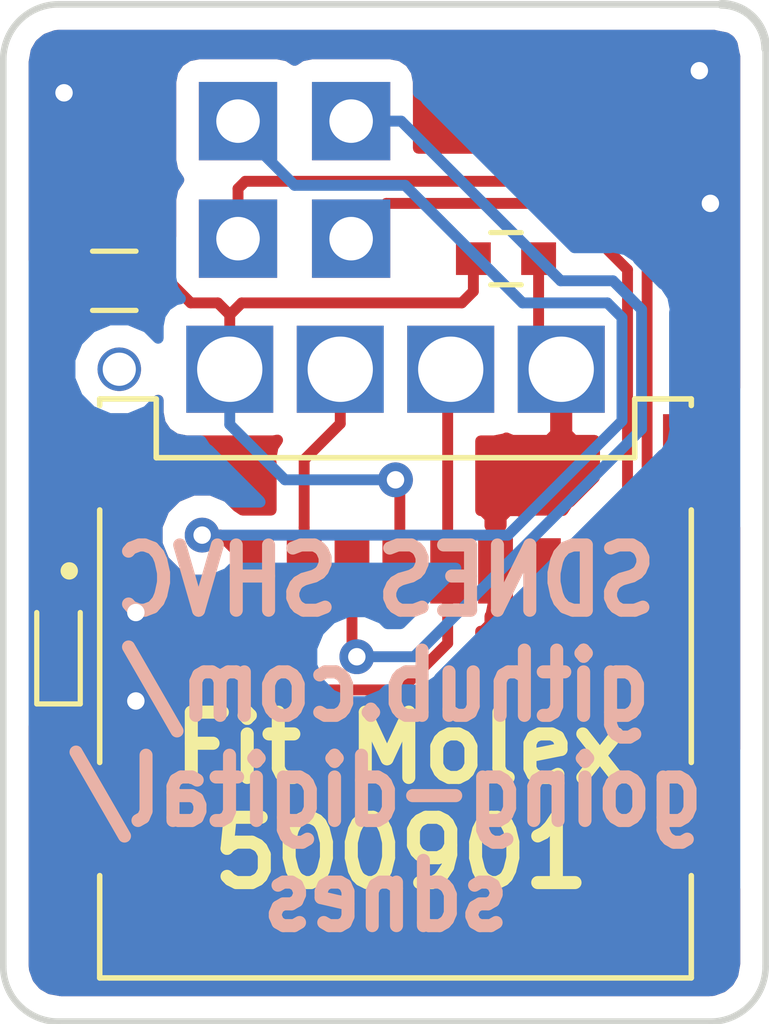
<source format=kicad_pcb>
(kicad_pcb (version 20171130) (host pcbnew "(5.0.0-3-g5ebb6b6)")

  (general
    (thickness 0.8)
    (drawings 10)
    (tracks 81)
    (zones 0)
    (modules 5)
    (nets 10)
  )

  (page A4)
  (layers
    (0 F.Cu signal)
    (31 B.Cu signal)
    (32 B.Adhes user hide)
    (33 F.Adhes user hide)
    (34 B.Paste user hide)
    (35 F.Paste user hide)
    (36 B.SilkS user)
    (37 F.SilkS user)
    (38 B.Mask user)
    (39 F.Mask user hide)
    (40 Dwgs.User user)
    (41 Cmts.User user)
    (42 Eco1.User user hide)
    (43 Eco2.User user hide)
    (44 Edge.Cuts user)
    (45 Margin user hide)
    (46 B.CrtYd user hide)
    (47 F.CrtYd user hide)
    (48 B.Fab user hide)
    (49 F.Fab user hide)
  )

  (setup
    (last_trace_width 0.25)
    (trace_clearance 0.2)
    (zone_clearance 0.508)
    (zone_45_only no)
    (trace_min 0.2)
    (segment_width 0.2)
    (edge_width 0.15)
    (via_size 0.8)
    (via_drill 0.4)
    (via_min_size 0.4)
    (via_min_drill 0.3)
    (uvia_size 0.3)
    (uvia_drill 0.1)
    (uvias_allowed no)
    (uvia_min_size 0.2)
    (uvia_min_drill 0.1)
    (pcb_text_width 0.3)
    (pcb_text_size 1.5 1.5)
    (mod_edge_width 0.15)
    (mod_text_size 1 1)
    (mod_text_width 0.15)
    (pad_size 1 1)
    (pad_drill 1)
    (pad_to_mask_clearance 0.2)
    (aux_axis_origin 0 0)
    (visible_elements FFFFFF7F)
    (pcbplotparams
      (layerselection 0x010fc_ffffffff)
      (usegerberextensions false)
      (usegerberattributes false)
      (usegerberadvancedattributes false)
      (creategerberjobfile false)
      (excludeedgelayer true)
      (linewidth 0.100000)
      (plotframeref false)
      (viasonmask false)
      (mode 1)
      (useauxorigin false)
      (hpglpennumber 1)
      (hpglpenspeed 20)
      (hpglpendiameter 15.000000)
      (psnegative false)
      (psa4output false)
      (plotreference true)
      (plotvalue true)
      (plotinvisibletext false)
      (padsonsilk false)
      (subtractmaskfromsilk false)
      (outputformat 1)
      (mirror false)
      (drillshape 0)
      (scaleselection 1)
      (outputdirectory "fabrication/"))
  )

  (net 0 "")
  (net 1 /D2)
  (net 2 /D3)
  (net 3 /CMD)
  (net 4 /3V)
  (net 5 /CLK)
  (net 6 /D0)
  (net 7 /D1)
  (net 8 /0V)
  (net 9 "Net-(D1-Pad2)")

  (net_class Default "This is the default net class."
    (clearance 0.2)
    (trace_width 0.25)
    (via_dia 0.8)
    (via_drill 0.4)
    (uvia_dia 0.3)
    (uvia_drill 0.1)
    (add_net /0V)
    (add_net /3V)
    (add_net /CLK)
    (add_net /CMD)
    (add_net /D0)
    (add_net /D1)
    (add_net /D2)
    (add_net /D3)
    (add_net "Net-(D1-Pad2)")
  )

  (module sdnes:FTM-SHVC-SD-pads (layer F.Cu) (tedit 5B826645) (tstamp 5BA5487B)
    (at 147.955 96.52)
    (path /5BA7C6E8)
    (fp_text reference SK1 (at 3.81 -3.81) (layer F.SilkS) hide
      (effects (font (size 1 1) (thickness 0.15)))
    )
    (fp_text value Testpoint_cluster (at 1.27 -7.62) (layer F.Fab)
      (effects (font (size 1 1) (thickness 0.15)))
    )
    (pad 1 thru_hole rect (at -2.35 -5.7) (size 1.8 1.8) (drill 1) (layers *.Cu *.Mask)
      (net 1 /D2))
    (pad 2 thru_hole rect (at 0 0) (size 2 2) (drill 1.5) (layers *.Cu *.Mask)
      (net 2 /D3))
    (pad 3 thru_hole rect (at 0.25 -5.7) (size 1.8 1.8) (drill 1) (layers *.Cu *.Mask)
      (net 3 /CMD))
    (pad 4 thru_hole rect (at -2.54 0) (size 2 2) (drill 1.5) (layers *.Cu *.Mask)
      (net 4 /3V))
    (pad 5 thru_hole rect (at 2.54 0) (size 2 2) (drill 1.5) (layers *.Cu *.Mask)
      (net 5 /CLK))
    (pad 6 thru_hole rect (at 5.08 0) (size 2 2) (drill 1.5) (layers *.Cu *.Mask)
      (net 8 /0V))
    (pad 7 thru_hole rect (at -2.35 -3) (size 1.8 1.8) (drill 1) (layers *.Cu *.Mask)
      (net 6 /D0))
    (pad 8 thru_hole rect (at 0.25 -3) (size 1.8 1.8) (drill 1) (layers *.Cu *.Mask)
      (net 7 /D1))
    (pad "" np_thru_hole circle (at -5.08 0) (size 1 1) (drill 0.762) (layers *.Cu *.Mask))
  )

  (module 500901-0801:MOLEX_500901-0801 (layer F.Cu) (tedit 5BA41F29) (tstamp 5BA41214)
    (at 149.225 101.152)
    (path /5BA4A0D2)
    (attr smd)
    (fp_text reference J1 (at -5.21465 -5.13958) (layer F.SilkS) hide
      (effects (font (size 1.0009 1.0009) (thickness 0.05)))
    )
    (fp_text value 500901-0801 (at -3.83834 10.4012) (layer F.SilkS) hide
      (effects (font (size 1.00349 1.00349) (thickness 0.05)))
    )
    (fp_circle (center -7.5 0) (end -7.4 0) (layer F.SilkS) (width 0.2))
    (fp_line (start 7.85 -3.85) (end 7.85 -1.35) (layer Eco1.User) (width 0.05))
    (fp_line (start 7.05 -3.85) (end 7.85 -3.85) (layer Eco1.User) (width 0.05))
    (fp_line (start 7.05 -4.25) (end 7.05 -3.85) (layer Eco1.User) (width 0.05))
    (fp_line (start 5.25 -4.25) (end 7.05 -4.25) (layer Eco1.User) (width 0.05))
    (fp_line (start -7.05 -4.25) (end -5.25 -4.25) (layer Eco1.User) (width 0.05))
    (fp_line (start -7.05 -3.85) (end -7.05 -4.25) (layer Eco1.User) (width 0.05))
    (fp_line (start -7.85 -3.85) (end -7.05 -3.85) (layer Eco1.User) (width 0.05))
    (fp_line (start -7.85 -1.35) (end -7.85 -3.85) (layer Eco1.User) (width 0.05))
    (fp_line (start -7.05 -1.35) (end -7.85 -1.35) (layer Eco1.User) (width 0.05))
    (fp_line (start -7.05 4.45) (end -7.05 -1.35) (layer Eco1.User) (width 0.05))
    (fp_line (start -7.85 4.45) (end -7.05 4.45) (layer Eco1.User) (width 0.05))
    (fp_line (start -7.85 6.95) (end -7.85 4.45) (layer Eco1.User) (width 0.05))
    (fp_line (start -7.05 6.95) (end -7.85 6.95) (layer Eco1.User) (width 0.05))
    (fp_line (start -7.05 9.6) (end -7.05 6.95) (layer Eco1.User) (width 0.05))
    (fp_line (start 7.05 9.6) (end -7.05 9.6) (layer Eco1.User) (width 0.05))
    (fp_line (start 7.05 6.95) (end 7.05 9.6) (layer Eco1.User) (width 0.05))
    (fp_line (start 7.85 6.95) (end 7.05 6.95) (layer Eco1.User) (width 0.05))
    (fp_line (start 7.85 4.45) (end 7.85 6.95) (layer Eco1.User) (width 0.05))
    (fp_line (start 7.05 4.45) (end 7.85 4.45) (layer Eco1.User) (width 0.05))
    (fp_line (start 7.05 -1.35) (end 7.05 4.45) (layer Eco1.User) (width 0.05))
    (fp_line (start 7.85 -1.35) (end 7.05 -1.35) (layer Eco1.User) (width 0.05))
    (fp_line (start 5.25 -2.85) (end 5.25 -4.25) (layer Eco1.User) (width 0.05))
    (fp_line (start -5.25 -2.85) (end 5.25 -2.85) (layer Eco1.User) (width 0.05))
    (fp_line (start -5.25 -4.25) (end -5.25 -2.85) (layer Eco1.User) (width 0.05))
    (fp_line (start 6.8 4.4) (end 6.8 -1.4) (layer F.SilkS) (width 0.127))
    (fp_line (start 6.8 9.35) (end 6.8 7) (layer F.SilkS) (width 0.127))
    (fp_line (start -6.8 9.35) (end 6.8 9.35) (layer F.SilkS) (width 0.127))
    (fp_line (start -6.8 7) (end -6.8 9.35) (layer F.SilkS) (width 0.127))
    (fp_line (start -6.8 -1.4) (end -6.8 4.4) (layer F.SilkS) (width 0.127))
    (fp_line (start 6.8 -3.95) (end 6.8 -3.8) (layer F.SilkS) (width 0.127))
    (fp_line (start 5.5 -3.95) (end 6.8 -3.95) (layer F.SilkS) (width 0.127))
    (fp_line (start 5.5 -2.6) (end 5.5 -3.95) (layer F.SilkS) (width 0.127))
    (fp_line (start -5.5 -2.6) (end 5.5 -2.6) (layer F.SilkS) (width 0.127))
    (fp_line (start -5.5 -3.95) (end -5.5 -2.6) (layer F.SilkS) (width 0.127))
    (fp_line (start -6.8 -3.95) (end -5.5 -3.95) (layer F.SilkS) (width 0.127))
    (fp_line (start -6.8 -3.8) (end -6.8 -3.95) (layer F.SilkS) (width 0.127))
    (fp_line (start -6.8 9.35) (end -6.8 -3.95) (layer Dwgs.User) (width 0.127))
    (fp_line (start 6.8 9.35) (end -6.8 9.35) (layer Dwgs.User) (width 0.127))
    (fp_line (start 6.8 -3.95) (end 6.8 9.35) (layer Dwgs.User) (width 0.127))
    (fp_line (start 5.5 -3.95) (end 6.8 -3.95) (layer Dwgs.User) (width 0.127))
    (fp_line (start 5.5 -2.6) (end 5.5 -3.95) (layer Dwgs.User) (width 0.127))
    (fp_line (start -5.5 -2.6) (end 5.5 -2.6) (layer Dwgs.User) (width 0.127))
    (fp_line (start -5.5 -3.95) (end -5.5 -2.6) (layer Dwgs.User) (width 0.127))
    (fp_line (start -6.8 -3.95) (end -5.5 -3.95) (layer Dwgs.User) (width 0.127))
    (pad SH4 smd rect (at 6.875 5.7 90) (size 2 1.45) (layers F.Cu F.Paste F.Mask)
      (net 8 /0V))
    (pad SH3 smd rect (at -6.875 5.7 90) (size 2 1.45) (layers F.Cu F.Paste F.Mask)
      (net 8 /0V))
    (pad SH2 smd rect (at 6.875 -2.6 90) (size 2 1.45) (layers F.Cu F.Paste F.Mask)
      (net 8 /0V))
    (pad SH1 smd rect (at -6.875 -2.6 90) (size 2 1.45) (layers F.Cu F.Paste F.Mask)
      (net 8 /0V))
    (pad 8 smd rect (at 4.5 0 90) (size 1.5 0.8) (layers F.Cu F.Paste F.Mask)
      (net 7 /D1))
    (pad 7 smd rect (at 3.4 0 90) (size 1.5 0.8) (layers F.Cu F.Paste F.Mask)
      (net 6 /D0))
    (pad 6 smd rect (at 2.3 0 90) (size 1.5 0.8) (layers F.Cu F.Paste F.Mask)
      (net 8 /0V))
    (pad 5 smd rect (at 1.2 0 90) (size 1.5 0.8) (layers F.Cu F.Paste F.Mask)
      (net 5 /CLK))
    (pad 4 smd rect (at 0.1 0 90) (size 1.5 0.8) (layers F.Cu F.Paste F.Mask)
      (net 4 /3V))
    (pad 3 smd rect (at -1 0 90) (size 1.5 0.8) (layers F.Cu F.Paste F.Mask)
      (net 3 /CMD))
    (pad 2 smd rect (at -2.1 0 90) (size 1.5 0.8) (layers F.Cu F.Paste F.Mask)
      (net 2 /D3))
    (pad 1 smd rect (at -3.2 0 90) (size 1.5 0.8) (layers F.Cu F.Paste F.Mask)
      (net 1 /D2))
  )

  (module Capacitors_SMD:C_0603 (layer F.Cu) (tedit 59958EE7) (tstamp 5B81D1C2)
    (at 151.765 93.98)
    (descr "Capacitor SMD 0603, reflow soldering, AVX (see smccp.pdf)")
    (tags "capacitor 0603")
    (path /5B794C8B)
    (attr smd)
    (fp_text reference C1 (at 0 -1.5) (layer F.SilkS) hide
      (effects (font (size 1 1) (thickness 0.15)))
    )
    (fp_text value C_Small (at 0 -1.524) (layer F.Fab)
      (effects (font (size 1 1) (thickness 0.15)))
    )
    (fp_line (start 1.4 0.65) (end -1.4 0.65) (layer F.CrtYd) (width 0.05))
    (fp_line (start 1.4 0.65) (end 1.4 -0.65) (layer F.CrtYd) (width 0.05))
    (fp_line (start -1.4 -0.65) (end -1.4 0.65) (layer F.CrtYd) (width 0.05))
    (fp_line (start -1.4 -0.65) (end 1.4 -0.65) (layer F.CrtYd) (width 0.05))
    (fp_line (start 0.35 0.6) (end -0.35 0.6) (layer F.SilkS) (width 0.12))
    (fp_line (start -0.35 -0.6) (end 0.35 -0.6) (layer F.SilkS) (width 0.12))
    (fp_line (start -0.8 -0.4) (end 0.8 -0.4) (layer F.Fab) (width 0.1))
    (fp_line (start 0.8 -0.4) (end 0.8 0.4) (layer F.Fab) (width 0.1))
    (fp_line (start 0.8 0.4) (end -0.8 0.4) (layer F.Fab) (width 0.1))
    (fp_line (start -0.8 0.4) (end -0.8 -0.4) (layer F.Fab) (width 0.1))
    (fp_text user %R (at 0 0) (layer F.Fab)
      (effects (font (size 0.3 0.3) (thickness 0.075)))
    )
    (pad 2 smd rect (at 0.75 0) (size 0.8 0.75) (layers F.Cu F.Paste F.Mask)
      (net 8 /0V))
    (pad 1 smd rect (at -0.75 0) (size 0.8 0.75) (layers F.Cu F.Paste F.Mask)
      (net 4 /3V))
    (model Capacitors_SMD.3dshapes/C_0603.wrl
      (at (xyz 0 0 0))
      (scale (xyz 1 1 1))
      (rotate (xyz 0 0 0))
    )
  )

  (module LEDs:LED_0603 (layer F.Cu) (tedit 57FE93A5) (tstamp 5BA3F98F)
    (at 141.478 102.908 90)
    (descr "LED 0603 smd package")
    (tags "LED led 0603 SMD smd SMT smt smdled SMDLED smtled SMTLED")
    (path /5B8072E3)
    (attr smd)
    (fp_text reference D1 (at 3.175 0 90) (layer F.SilkS) hide
      (effects (font (size 1 1) (thickness 0.15)))
    )
    (fp_text value "Red LED" (at -0.092 1.522 90) (layer F.Fab)
      (effects (font (size 1 1) (thickness 0.15)))
    )
    (fp_line (start -1.3 -0.5) (end -1.3 0.5) (layer F.SilkS) (width 0.12))
    (fp_line (start -0.2 -0.2) (end -0.2 0.2) (layer F.Fab) (width 0.1))
    (fp_line (start -0.15 0) (end 0.15 -0.2) (layer F.Fab) (width 0.1))
    (fp_line (start 0.15 0.2) (end -0.15 0) (layer F.Fab) (width 0.1))
    (fp_line (start 0.15 -0.2) (end 0.15 0.2) (layer F.Fab) (width 0.1))
    (fp_line (start 0.8 0.4) (end -0.8 0.4) (layer F.Fab) (width 0.1))
    (fp_line (start 0.8 -0.4) (end 0.8 0.4) (layer F.Fab) (width 0.1))
    (fp_line (start -0.8 -0.4) (end 0.8 -0.4) (layer F.Fab) (width 0.1))
    (fp_line (start -0.8 0.4) (end -0.8 -0.4) (layer F.Fab) (width 0.1))
    (fp_line (start -1.3 0.5) (end 0.8 0.5) (layer F.SilkS) (width 0.12))
    (fp_line (start -1.3 -0.5) (end 0.8 -0.5) (layer F.SilkS) (width 0.12))
    (fp_line (start 1.45 -0.65) (end 1.45 0.65) (layer F.CrtYd) (width 0.05))
    (fp_line (start 1.45 0.65) (end -1.45 0.65) (layer F.CrtYd) (width 0.05))
    (fp_line (start -1.45 0.65) (end -1.45 -0.65) (layer F.CrtYd) (width 0.05))
    (fp_line (start -1.45 -0.65) (end 1.45 -0.65) (layer F.CrtYd) (width 0.05))
    (pad 2 smd rect (at 0.8 0 270) (size 0.8 0.8) (layers F.Cu F.Paste F.Mask)
      (net 9 "Net-(D1-Pad2)"))
    (pad 1 smd rect (at -0.8 0 270) (size 0.8 0.8) (layers F.Cu F.Paste F.Mask)
      (net 5 /CLK))
    (model ${KISYS3DMOD}/LEDs.3dshapes/LED_0603.wrl
      (at (xyz 0 0 0))
      (scale (xyz 1 1 1))
      (rotate (xyz 0 0 180))
    )
  )

  (module Resistors_SMD:R_0603 (layer F.Cu) (tedit 58E0A804) (tstamp 5B81D1F2)
    (at 142.76 94.488 180)
    (descr "Resistor SMD 0603, reflow soldering, Vishay (see dcrcw.pdf)")
    (tags "resistor 0603")
    (path /5B8073C8)
    (attr smd)
    (fp_text reference R1 (at 4.445 0 180) (layer F.SilkS) hide
      (effects (font (size 1 1) (thickness 0.15)))
    )
    (fp_text value 1K (at 0.774 1.524 180) (layer F.Fab)
      (effects (font (size 1 1) (thickness 0.15)))
    )
    (fp_text user %R (at 0 0 180) (layer F.Fab)
      (effects (font (size 0.4 0.4) (thickness 0.075)))
    )
    (fp_line (start -0.8 0.4) (end -0.8 -0.4) (layer F.Fab) (width 0.1))
    (fp_line (start 0.8 0.4) (end -0.8 0.4) (layer F.Fab) (width 0.1))
    (fp_line (start 0.8 -0.4) (end 0.8 0.4) (layer F.Fab) (width 0.1))
    (fp_line (start -0.8 -0.4) (end 0.8 -0.4) (layer F.Fab) (width 0.1))
    (fp_line (start 0.5 0.68) (end -0.5 0.68) (layer F.SilkS) (width 0.12))
    (fp_line (start -0.5 -0.68) (end 0.5 -0.68) (layer F.SilkS) (width 0.12))
    (fp_line (start -1.25 -0.7) (end 1.25 -0.7) (layer F.CrtYd) (width 0.05))
    (fp_line (start -1.25 -0.7) (end -1.25 0.7) (layer F.CrtYd) (width 0.05))
    (fp_line (start 1.25 0.7) (end 1.25 -0.7) (layer F.CrtYd) (width 0.05))
    (fp_line (start 1.25 0.7) (end -1.25 0.7) (layer F.CrtYd) (width 0.05))
    (pad 1 smd rect (at -0.75 0 180) (size 0.5 0.9) (layers F.Cu F.Paste F.Mask)
      (net 4 /3V))
    (pad 2 smd rect (at 0.75 0 180) (size 0.5 0.9) (layers F.Cu F.Paste F.Mask)
      (net 9 "Net-(D1-Pad2)"))
    (model ${KISYS3DMOD}/Resistors_SMD.3dshapes/R_0603.wrl
      (at (xyz 0 0 0))
      (scale (xyz 1 1 1))
      (rotate (xyz 0 0 0))
    )
  )

  (gr_text "SDNES SHVC\ngithub.com/\ngoing-digital/\nsdnes" (at 149 105) (layer B.SilkS) (tstamp 5BA44DF2)
    (effects (font (size 1.5 1.3) (thickness 0.3)) (justify mirror))
  )
  (gr_text "Fit Molex\n500901" (at 149.352 106.426) (layer F.SilkS) (tstamp 5BA44DF5)
    (effects (font (size 1.5 1.5) (thickness 0.3)))
  )
  (gr_arc (start 156.464 110.236) (end 156.464 111.506) (angle -90) (layer Edge.Cuts) (width 0.15))
  (gr_arc (start 141.478 110.236) (end 140.208 110.236) (angle -90) (layer Edge.Cuts) (width 0.15))
  (gr_arc (start 141.478 89.408) (end 141.478 88.138) (angle -90) (layer Edge.Cuts) (width 0.15))
  (gr_arc (start 156.718 89.154) (end 157.734 89.154) (angle -90) (layer Edge.Cuts) (width 0.2))
  (gr_line (start 140.208 110.236) (end 140.208 89.408) (layer Edge.Cuts) (width 0.15))
  (gr_line (start 156.464 111.506) (end 141.478 111.506) (layer Edge.Cuts) (width 0.15))
  (gr_line (start 157.734 89.154) (end 157.734 110.236) (layer Edge.Cuts) (width 0.15))
  (gr_line (start 141.478 88.138) (end 156.718 88.138) (layer Edge.Cuts) (width 0.15) (tstamp 5B82B040))

  (segment (start 145.605 90.82) (end 145.605 90.995) (width 0.25) (layer B.Cu) (net 1))
  (segment (start 146.904999 92.294999) (end 149.444999 92.294999) (width 0.25) (layer B.Cu) (net 1))
  (segment (start 145.605 90.995) (end 146.904999 92.294999) (width 0.25) (layer B.Cu) (net 1))
  (segment (start 149.444999 92.294999) (end 152.146 94.996) (width 0.25) (layer B.Cu) (net 1))
  (segment (start 154.096002 94.996) (end 154.432 95.331998) (width 0.25) (layer B.Cu) (net 1))
  (segment (start 152.146 94.996) (end 154.096002 94.996) (width 0.25) (layer B.Cu) (net 1))
  (segment (start 154.432 97.708002) (end 151.810002 100.33) (width 0.25) (layer B.Cu) (net 1))
  (segment (start 154.432 95.331998) (end 154.432 97.708002) (width 0.25) (layer B.Cu) (net 1))
  (via (at 144.78 100.33) (size 0.8) (drill 0.4) (layers F.Cu B.Cu) (net 1))
  (segment (start 151.810002 100.33) (end 144.78 100.33) (width 0.25) (layer B.Cu) (net 1))
  (segment (start 145.203 100.33) (end 146.025 101.152) (width 0.25) (layer F.Cu) (net 1))
  (segment (start 144.78 100.33) (end 145.203 100.33) (width 0.25) (layer F.Cu) (net 1))
  (segment (start 147.125 98.6) (end 147.125 100.152) (width 0.25) (layer F.Cu) (net 2))
  (segment (start 147.125 100.152) (end 147.125 101.152) (width 0.25) (layer F.Cu) (net 2))
  (segment (start 147.955 97.77) (end 147.125 98.6) (width 0.25) (layer F.Cu) (net 2))
  (segment (start 147.955 96.52) (end 147.955 97.77) (width 0.25) (layer F.Cu) (net 2))
  (segment (start 148.364838 90.82) (end 148.205 90.82) (width 0.25) (layer F.Cu) (net 3))
  (segment (start 149.355 90.82) (end 153.023 94.488) (width 0.25) (layer B.Cu) (net 3))
  (segment (start 148.205 90.82) (end 149.355 90.82) (width 0.25) (layer B.Cu) (net 3))
  (segment (start 154.224412 94.488) (end 154.88201 95.145598) (width 0.25) (layer B.Cu) (net 3))
  (segment (start 153.023 94.488) (end 154.224412 94.488) (width 0.25) (layer B.Cu) (net 3))
  (segment (start 154.882009 97.894403) (end 149.652412 103.124) (width 0.25) (layer B.Cu) (net 3))
  (segment (start 154.88201 95.145598) (end 154.882009 97.894403) (width 0.25) (layer B.Cu) (net 3))
  (segment (start 149.652412 103.124) (end 148.336 103.124) (width 0.25) (layer B.Cu) (net 3))
  (via (at 148.336 103.124) (size 0.8) (drill 0.4) (layers F.Cu B.Cu) (net 3))
  (segment (start 148.225 103.013) (end 148.336 103.124) (width 0.25) (layer F.Cu) (net 3))
  (segment (start 148.225 101.152) (end 148.225 103.013) (width 0.25) (layer F.Cu) (net 3))
  (segment (start 145.415 96.52) (end 145.415 97.79) (width 0.25) (layer B.Cu) (net 4))
  (segment (start 145.415 97.79) (end 146.685 99.06) (width 0.25) (layer B.Cu) (net 4))
  (segment (start 146.685 99.06) (end 149.225 99.06) (width 0.25) (layer B.Cu) (net 4))
  (via (at 149.225 99.06) (size 0.8) (drill 0.4) (layers F.Cu B.Cu) (net 4))
  (segment (start 151.015 93.98) (end 151.015 94.73) (width 0.25) (layer F.Cu) (net 4))
  (segment (start 145.25 96.355) (end 145.415 96.52) (width 0.25) (layer F.Cu) (net 4))
  (segment (start 145.415 95.27) (end 145.689 94.996) (width 0.25) (layer F.Cu) (net 4))
  (segment (start 145.415 96.52) (end 145.415 95.27) (width 0.25) (layer F.Cu) (net 4))
  (segment (start 150.749 94.996) (end 151.015 94.73) (width 0.25) (layer F.Cu) (net 4))
  (segment (start 145.689 94.996) (end 150.749 94.996) (width 0.25) (layer F.Cu) (net 4))
  (segment (start 149.325 99.16) (end 149.225 99.06) (width 0.25) (layer F.Cu) (net 4))
  (segment (start 149.325 101.152) (end 149.325 99.16) (width 0.25) (layer F.Cu) (net 4))
  (segment (start 145.415 95.27) (end 145.141 94.996) (width 0.25) (layer F.Cu) (net 4))
  (segment (start 144.01 94.488) (end 143.51 94.488) (width 0.25) (layer F.Cu) (net 4))
  (segment (start 144.518 94.996) (end 144.01 94.488) (width 0.25) (layer F.Cu) (net 4))
  (segment (start 145.141 94.996) (end 144.518 94.996) (width 0.25) (layer F.Cu) (net 4))
  (segment (start 150.425 96.59) (end 150.495 96.52) (width 0.25) (layer F.Cu) (net 5))
  (segment (start 150.425 101.152) (end 150.425 96.59) (width 0.25) (layer F.Cu) (net 5))
  (segment (start 146.812 103.124) (end 141.986 103.124) (width 0.25) (layer F.Cu) (net 5))
  (segment (start 149.352 103.886) (end 147.574 103.886) (width 0.25) (layer F.Cu) (net 5))
  (segment (start 150.425 102.813) (end 149.352 103.886) (width 0.25) (layer F.Cu) (net 5))
  (segment (start 147.574 103.886) (end 146.812 103.124) (width 0.25) (layer F.Cu) (net 5))
  (segment (start 150.425 101.152) (end 150.425 102.813) (width 0.25) (layer F.Cu) (net 5))
  (segment (start 141.478 103.632) (end 141.986 103.124) (width 0.25) (layer F.Cu) (net 5))
  (segment (start 141.478 103.708) (end 141.478 103.632) (width 0.25) (layer F.Cu) (net 5))
  (segment (start 145.605 93.52) (end 145.875 93.52) (width 0.25) (layer F.Cu) (net 6))
  (segment (start 152.625 102.152) (end 152.625 101.152) (width 0.25) (layer F.Cu) (net 6))
  (segment (start 154.250002 102.362) (end 152.835 102.362) (width 0.25) (layer F.Cu) (net 6))
  (segment (start 155.00901 101.602992) (end 154.250002 102.362) (width 0.25) (layer F.Cu) (net 6))
  (segment (start 155.00901 94.0476) (end 155.00901 101.602992) (width 0.25) (layer F.Cu) (net 6))
  (segment (start 153.16341 92.202) (end 155.00901 94.0476) (width 0.25) (layer F.Cu) (net 6))
  (segment (start 152.835 102.362) (end 152.625 102.152) (width 0.25) (layer F.Cu) (net 6))
  (segment (start 145.773 92.202) (end 153.16341 92.202) (width 0.25) (layer F.Cu) (net 6))
  (segment (start 145.605 92.37) (end 145.773 92.202) (width 0.25) (layer F.Cu) (net 6))
  (segment (start 145.605 93.52) (end 145.605 92.37) (width 0.25) (layer F.Cu) (net 6))
  (segment (start 149.015 92.71) (end 148.205 93.52) (width 0.25) (layer F.Cu) (net 7))
  (segment (start 153.035 92.71) (end 149.015 92.71) (width 0.25) (layer F.Cu) (net 7))
  (segment (start 154.559 99.318) (end 153.725 100.152) (width 0.25) (layer F.Cu) (net 7))
  (segment (start 154.559 94.234) (end 154.559 99.318) (width 0.25) (layer F.Cu) (net 7))
  (segment (start 153.725 100.152) (end 153.725 101.152) (width 0.25) (layer F.Cu) (net 7))
  (segment (start 153.035 92.71) (end 154.559 94.234) (width 0.25) (layer F.Cu) (net 7))
  (segment (start 152.515 96) (end 153.035 96.52) (width 0.25) (layer F.Cu) (net 8))
  (via (at 156.21 89.662) (size 0.8) (drill 0.4) (layers F.Cu B.Cu) (net 8))
  (via (at 141.605 90.17) (size 0.8) (drill 0.4) (layers F.Cu B.Cu) (net 8))
  (via (at 143.256 104.14) (size 0.8) (drill 0.4) (layers F.Cu B.Cu) (net 8))
  (via (at 156.464 92.71) (size 0.8) (drill 0.4) (layers F.Cu B.Cu) (net 8))
  (segment (start 152.515 93.98) (end 152.515 96) (width 0.25) (layer F.Cu) (net 8))
  (via (at 143.256 102.108) (size 0.8) (drill 0.4) (layers F.Cu B.Cu) (net 8))
  (segment (start 141.51 94.488) (end 140.97 95.028) (width 0.25) (layer F.Cu) (net 9))
  (segment (start 142.01 94.488) (end 141.51 94.488) (width 0.25) (layer F.Cu) (net 9))
  (segment (start 141.478 100.874) (end 141.478 101.524) (width 0.25) (layer F.Cu) (net 9))
  (segment (start 140.97 100.366) (end 141.478 100.874) (width 0.25) (layer F.Cu) (net 9))
  (segment (start 140.97 95.028) (end 140.97 100.366) (width 0.25) (layer F.Cu) (net 9))
  (segment (start 141.478 101.524) (end 141.478 102.108) (width 0.25) (layer F.Cu) (net 9))

  (zone (net 8) (net_name /0V) (layer F.Cu) (tstamp 5BA54A1F) (hatch edge 0.508)
    (connect_pads (clearance 0.508))
    (min_thickness 0.254)
    (fill yes (arc_segments 16) (thermal_gap 0.508) (thermal_bridge_width 0.508))
    (polygon
      (pts
        (xy 140.208 88.138) (xy 157.734 88.138) (xy 157.734 111.506) (xy 140.208 111.506)
      )
    )
    (filled_polygon
      (pts
        (xy 156.574609 88.858877) (xy 156.820023 88.907693) (xy 156.906515 88.965485) (xy 156.964307 89.051977) (xy 157.013123 89.297391)
        (xy 157.024 89.32365) (xy 157.024 96.947109) (xy 156.95131 96.917) (xy 156.38575 96.917) (xy 156.227 97.07575)
        (xy 156.227 98.425) (xy 156.247 98.425) (xy 156.247 98.679) (xy 156.227 98.679) (xy 156.227 100.02825)
        (xy 156.38575 100.187) (xy 156.95131 100.187) (xy 157.024001 100.156891) (xy 157.024001 105.24711) (xy 156.95131 105.217)
        (xy 156.38575 105.217) (xy 156.227 105.37575) (xy 156.227 106.725) (xy 156.247 106.725) (xy 156.247 106.979)
        (xy 156.227 106.979) (xy 156.227 108.32825) (xy 156.38575 108.487) (xy 156.95131 108.487) (xy 157.024001 108.45689)
        (xy 157.024001 110.173875) (xy 156.979935 110.423787) (xy 156.884596 110.588919) (xy 156.738524 110.711488) (xy 156.529532 110.787555)
        (xy 156.433004 110.796) (xy 141.540119 110.796) (xy 141.290213 110.751935) (xy 141.125081 110.656596) (xy 141.002512 110.510524)
        (xy 140.926445 110.301532) (xy 140.918 110.205004) (xy 140.918 107.13775) (xy 140.99 107.13775) (xy 140.99 107.978309)
        (xy 141.086673 108.211698) (xy 141.265301 108.390327) (xy 141.49869 108.487) (xy 142.06425 108.487) (xy 142.223 108.32825)
        (xy 142.223 106.979) (xy 142.477 106.979) (xy 142.477 108.32825) (xy 142.63575 108.487) (xy 143.20131 108.487)
        (xy 143.434699 108.390327) (xy 143.613327 108.211698) (xy 143.71 107.978309) (xy 143.71 107.13775) (xy 154.74 107.13775)
        (xy 154.74 107.978309) (xy 154.836673 108.211698) (xy 155.015301 108.390327) (xy 155.24869 108.487) (xy 155.81425 108.487)
        (xy 155.973 108.32825) (xy 155.973 106.979) (xy 154.89875 106.979) (xy 154.74 107.13775) (xy 143.71 107.13775)
        (xy 143.55125 106.979) (xy 142.477 106.979) (xy 142.223 106.979) (xy 141.14875 106.979) (xy 140.99 107.13775)
        (xy 140.918 107.13775) (xy 140.918 105.725691) (xy 140.99 105.725691) (xy 140.99 106.56625) (xy 141.14875 106.725)
        (xy 142.223 106.725) (xy 142.223 105.37575) (xy 142.477 105.37575) (xy 142.477 106.725) (xy 143.55125 106.725)
        (xy 143.71 106.56625) (xy 143.71 105.725691) (xy 154.74 105.725691) (xy 154.74 106.56625) (xy 154.89875 106.725)
        (xy 155.973 106.725) (xy 155.973 105.37575) (xy 155.81425 105.217) (xy 155.24869 105.217) (xy 155.015301 105.313673)
        (xy 154.836673 105.492302) (xy 154.74 105.725691) (xy 143.71 105.725691) (xy 143.613327 105.492302) (xy 143.434699 105.313673)
        (xy 143.20131 105.217) (xy 142.63575 105.217) (xy 142.477 105.37575) (xy 142.223 105.37575) (xy 142.06425 105.217)
        (xy 141.49869 105.217) (xy 141.265301 105.313673) (xy 141.086673 105.492302) (xy 140.99 105.725691) (xy 140.918 105.725691)
        (xy 140.918 104.723614) (xy 141.078 104.75544) (xy 141.878 104.75544) (xy 142.125765 104.706157) (xy 142.335809 104.565809)
        (xy 142.476157 104.355765) (xy 142.52544 104.108) (xy 142.52544 103.884) (xy 146.497199 103.884) (xy 146.983671 104.370473)
        (xy 147.026071 104.433929) (xy 147.089527 104.476329) (xy 147.277462 104.601904) (xy 147.325605 104.61148) (xy 147.499148 104.646)
        (xy 147.499152 104.646) (xy 147.574 104.660888) (xy 147.648848 104.646) (xy 149.277153 104.646) (xy 149.352 104.660888)
        (xy 149.426847 104.646) (xy 149.426852 104.646) (xy 149.648537 104.601904) (xy 149.899929 104.433929) (xy 149.942331 104.37047)
        (xy 150.909473 103.403329) (xy 150.972929 103.360929) (xy 151.140904 103.109537) (xy 151.185 102.887852) (xy 151.185 102.887848)
        (xy 151.199888 102.813001) (xy 151.185 102.738154) (xy 151.185 102.537) (xy 151.23925 102.537) (xy 151.398 102.37825)
        (xy 151.398 102.187415) (xy 151.423157 102.149765) (xy 151.47244 101.902) (xy 151.47244 100.402) (xy 151.423157 100.154235)
        (xy 151.398 100.116585) (xy 151.398 99.92575) (xy 151.23925 99.767) (xy 151.185 99.767) (xy 151.185 98.16744)
        (xy 151.495 98.16744) (xy 151.742765 98.118157) (xy 151.772224 98.098473) (xy 151.908691 98.155) (xy 152.74925 98.155)
        (xy 152.908 97.99625) (xy 152.908 96.647) (xy 152.888 96.647) (xy 152.888 96.393) (xy 152.908 96.393)
        (xy 152.908 96.373) (xy 153.162 96.373) (xy 153.162 96.393) (xy 153.182 96.393) (xy 153.182 96.647)
        (xy 153.162 96.647) (xy 153.162 97.99625) (xy 153.32075 98.155) (xy 153.799001 98.155) (xy 153.799001 99.003197)
        (xy 153.24053 99.561669) (xy 153.177071 99.604071) (xy 153.070474 99.763605) (xy 153.025 99.75456) (xy 152.225 99.75456)
        (xy 152.087369 99.781936) (xy 152.05131 99.767) (xy 151.81075 99.767) (xy 151.652 99.92575) (xy 151.652 100.116585)
        (xy 151.626843 100.154235) (xy 151.57756 100.402) (xy 151.57756 101.902) (xy 151.626843 102.149765) (xy 151.652 102.187415)
        (xy 151.652 102.37825) (xy 151.81075 102.537) (xy 151.968206 102.537) (xy 152.077071 102.699929) (xy 152.14053 102.742331)
        (xy 152.244669 102.84647) (xy 152.287071 102.909929) (xy 152.538463 103.077904) (xy 152.760148 103.122) (xy 152.760152 103.122)
        (xy 152.835 103.136888) (xy 152.909848 103.122) (xy 154.175155 103.122) (xy 154.250002 103.136888) (xy 154.324849 103.122)
        (xy 154.324854 103.122) (xy 154.546539 103.077904) (xy 154.797931 102.909929) (xy 154.840333 102.846471) (xy 155.493485 102.193319)
        (xy 155.556939 102.150921) (xy 155.599337 102.087468) (xy 155.599339 102.087466) (xy 155.683112 101.96209) (xy 155.724914 101.899529)
        (xy 155.76901 101.677844) (xy 155.76901 101.67784) (xy 155.783898 101.602993) (xy 155.76901 101.528146) (xy 155.76901 100.187)
        (xy 155.81425 100.187) (xy 155.973 100.02825) (xy 155.973 98.679) (xy 155.953 98.679) (xy 155.953 98.425)
        (xy 155.973 98.425) (xy 155.973 97.07575) (xy 155.81425 96.917) (xy 155.76901 96.917) (xy 155.76901 94.122448)
        (xy 155.783898 94.0476) (xy 155.76901 93.972752) (xy 155.76901 93.972748) (xy 155.724914 93.751063) (xy 155.556939 93.499671)
        (xy 155.493483 93.457271) (xy 153.753741 91.71753) (xy 153.711339 91.654071) (xy 153.459947 91.486096) (xy 153.238262 91.442)
        (xy 153.238257 91.442) (xy 153.16341 91.427112) (xy 153.088563 91.442) (xy 149.75244 91.442) (xy 149.75244 89.92)
        (xy 149.703157 89.672235) (xy 149.562809 89.462191) (xy 149.352765 89.321843) (xy 149.105 89.27256) (xy 147.305 89.27256)
        (xy 147.057235 89.321843) (xy 146.905 89.423564) (xy 146.752765 89.321843) (xy 146.505 89.27256) (xy 144.705 89.27256)
        (xy 144.457235 89.321843) (xy 144.247191 89.462191) (xy 144.106843 89.672235) (xy 144.05756 89.92) (xy 144.05756 91.72)
        (xy 144.106843 91.967765) (xy 144.241973 92.17) (xy 144.106843 92.372235) (xy 144.05756 92.62) (xy 144.05756 93.473115)
        (xy 144.007765 93.439843) (xy 143.76 93.39056) (xy 143.26 93.39056) (xy 143.012235 93.439843) (xy 142.802191 93.580191)
        (xy 142.76 93.643334) (xy 142.717809 93.580191) (xy 142.507765 93.439843) (xy 142.26 93.39056) (xy 141.76 93.39056)
        (xy 141.512235 93.439843) (xy 141.302191 93.580191) (xy 141.161843 93.790235) (xy 141.158092 93.809094) (xy 141.025526 93.897671)
        (xy 141.025524 93.897673) (xy 140.962071 93.940071) (xy 140.919672 94.003525) (xy 140.918 94.005197) (xy 140.918 89.470119)
        (xy 140.962065 89.220213) (xy 141.057405 89.05508) (xy 141.203477 88.932512) (xy 141.412465 88.856445) (xy 141.508996 88.848)
        (xy 156.54835 88.848)
      )
    )
    (filled_polygon
      (pts
        (xy 143.76756 97.52) (xy 143.816843 97.767765) (xy 143.957191 97.977809) (xy 144.167235 98.118157) (xy 144.415 98.16744)
        (xy 146.415 98.16744) (xy 146.51301 98.147945) (xy 146.409096 98.303464) (xy 146.365 98.525149) (xy 146.365 98.525153)
        (xy 146.350112 98.6) (xy 146.365 98.674847) (xy 146.365001 99.75456) (xy 145.709756 99.75456) (xy 145.584734 99.671023)
        (xy 145.36628 99.452569) (xy 144.985874 99.295) (xy 144.574126 99.295) (xy 144.19372 99.452569) (xy 143.902569 99.74372)
        (xy 143.745 100.124126) (xy 143.745 100.535874) (xy 143.902569 100.91628) (xy 144.19372 101.207431) (xy 144.574126 101.365)
        (xy 144.97756 101.365) (xy 144.97756 101.902) (xy 145.026843 102.149765) (xy 145.167191 102.359809) (xy 145.173463 102.364)
        (xy 142.52544 102.364) (xy 142.52544 101.708) (xy 142.476157 101.460235) (xy 142.335809 101.250191) (xy 142.238 101.184837)
        (xy 142.238 100.948846) (xy 142.252888 100.873999) (xy 142.238 100.799152) (xy 142.238 100.799148) (xy 142.193904 100.577463)
        (xy 142.152102 100.514902) (xy 142.068329 100.389526) (xy 142.068327 100.389524) (xy 142.025929 100.326071) (xy 141.962475 100.283673)
        (xy 141.865802 100.187) (xy 142.06425 100.187) (xy 142.223 100.02825) (xy 142.223 98.679) (xy 142.477 98.679)
        (xy 142.477 100.02825) (xy 142.63575 100.187) (xy 143.20131 100.187) (xy 143.434699 100.090327) (xy 143.613327 99.911698)
        (xy 143.71 99.678309) (xy 143.71 98.83775) (xy 143.55125 98.679) (xy 142.477 98.679) (xy 142.223 98.679)
        (xy 142.203 98.679) (xy 142.203 98.425) (xy 142.223 98.425) (xy 142.223 98.405) (xy 142.477 98.405)
        (xy 142.477 98.425) (xy 143.55125 98.425) (xy 143.71 98.26625) (xy 143.71 97.425691) (xy 143.670296 97.329837)
        (xy 143.76756 97.232573)
      )
    )
    (filled_polygon
      (pts
        (xy 152.642 93.853) (xy 152.662 93.853) (xy 152.662 94.107) (xy 152.642 94.107) (xy 152.642 94.127)
        (xy 152.388 94.127) (xy 152.388 94.107) (xy 152.368 94.107) (xy 152.368 93.853) (xy 152.388 93.853)
        (xy 152.388 93.833) (xy 152.642 93.833)
      )
    )
  )
  (zone (net 8) (net_name /0V) (layer B.Cu) (tstamp 5BA54A1C) (hatch edge 0.508)
    (connect_pads (clearance 0.508))
    (min_thickness 0.254)
    (fill yes (arc_segments 16) (thermal_gap 0.508) (thermal_bridge_width 0.508))
    (polygon
      (pts
        (xy 140.208 88.138) (xy 157.734 88.138) (xy 157.734 111.506) (xy 140.208 111.506)
      )
    )
    (filled_polygon
      (pts
        (xy 156.574609 88.858877) (xy 156.820023 88.907693) (xy 156.906515 88.965485) (xy 156.964307 89.051977) (xy 157.013123 89.297391)
        (xy 157.024 89.32365) (xy 157.024001 110.173875) (xy 156.979935 110.423787) (xy 156.884596 110.588919) (xy 156.738524 110.711488)
        (xy 156.529532 110.787555) (xy 156.433004 110.796) (xy 141.540119 110.796) (xy 141.290213 110.751935) (xy 141.125081 110.656596)
        (xy 141.002512 110.510524) (xy 140.926445 110.301532) (xy 140.918 110.205004) (xy 140.918 96.294234) (xy 141.74 96.294234)
        (xy 141.74 96.745766) (xy 141.912793 97.162926) (xy 142.232074 97.482207) (xy 142.649234 97.655) (xy 143.100766 97.655)
        (xy 143.517926 97.482207) (xy 143.76756 97.232573) (xy 143.76756 97.52) (xy 143.816843 97.767765) (xy 143.957191 97.977809)
        (xy 144.167235 98.118157) (xy 144.415 98.16744) (xy 144.753155 98.16744) (xy 144.812283 98.255931) (xy 144.867072 98.337929)
        (xy 144.930528 98.380329) (xy 146.094671 99.544473) (xy 146.111728 99.57) (xy 145.483711 99.57) (xy 145.36628 99.452569)
        (xy 144.985874 99.295) (xy 144.574126 99.295) (xy 144.19372 99.452569) (xy 143.902569 99.74372) (xy 143.745 100.124126)
        (xy 143.745 100.535874) (xy 143.902569 100.91628) (xy 144.19372 101.207431) (xy 144.574126 101.365) (xy 144.985874 101.365)
        (xy 145.36628 101.207431) (xy 145.483711 101.09) (xy 150.611611 101.09) (xy 149.337611 102.364) (xy 149.039711 102.364)
        (xy 148.92228 102.246569) (xy 148.541874 102.089) (xy 148.130126 102.089) (xy 147.74972 102.246569) (xy 147.458569 102.53772)
        (xy 147.301 102.918126) (xy 147.301 103.329874) (xy 147.458569 103.71028) (xy 147.74972 104.001431) (xy 148.130126 104.159)
        (xy 148.541874 104.159) (xy 148.92228 104.001431) (xy 149.039711 103.884) (xy 149.577565 103.884) (xy 149.652412 103.898888)
        (xy 149.727259 103.884) (xy 149.727264 103.884) (xy 149.948949 103.839904) (xy 150.200341 103.671929) (xy 150.242743 103.60847)
        (xy 155.366484 98.48473) (xy 155.429937 98.442332) (xy 155.472335 98.378879) (xy 155.472338 98.378876) (xy 155.597912 98.190941)
        (xy 155.656897 97.894404) (xy 155.642008 97.819552) (xy 155.64201 95.220445) (xy 155.656898 95.145597) (xy 155.64201 95.07075)
        (xy 155.64201 95.070747) (xy 155.597914 94.849062) (xy 155.554487 94.784069) (xy 155.472339 94.661125) (xy 155.472337 94.661123)
        (xy 155.429939 94.59767) (xy 155.366486 94.555272) (xy 154.814743 94.00353) (xy 154.772341 93.940071) (xy 154.520949 93.772096)
        (xy 154.299264 93.728) (xy 154.299259 93.728) (xy 154.224412 93.713112) (xy 154.149565 93.728) (xy 153.337803 93.728)
        (xy 149.945331 90.33553) (xy 149.902929 90.272071) (xy 149.75244 90.171517) (xy 149.75244 89.92) (xy 149.703157 89.672235)
        (xy 149.562809 89.462191) (xy 149.352765 89.321843) (xy 149.105 89.27256) (xy 147.305 89.27256) (xy 147.057235 89.321843)
        (xy 146.905 89.423564) (xy 146.752765 89.321843) (xy 146.505 89.27256) (xy 144.705 89.27256) (xy 144.457235 89.321843)
        (xy 144.247191 89.462191) (xy 144.106843 89.672235) (xy 144.05756 89.92) (xy 144.05756 91.72) (xy 144.106843 91.967765)
        (xy 144.241973 92.17) (xy 144.106843 92.372235) (xy 144.05756 92.62) (xy 144.05756 94.42) (xy 144.106843 94.667765)
        (xy 144.247191 94.877809) (xy 144.279633 94.899486) (xy 144.167235 94.921843) (xy 143.957191 95.062191) (xy 143.816843 95.272235)
        (xy 143.76756 95.52) (xy 143.76756 95.807427) (xy 143.517926 95.557793) (xy 143.100766 95.385) (xy 142.649234 95.385)
        (xy 142.232074 95.557793) (xy 141.912793 95.877074) (xy 141.74 96.294234) (xy 140.918 96.294234) (xy 140.918 89.470119)
        (xy 140.962065 89.220213) (xy 141.057405 89.05508) (xy 141.203477 88.932512) (xy 141.412465 88.856445) (xy 141.508996 88.848)
        (xy 156.54835 88.848)
      )
    )
    (filled_polygon
      (pts
        (xy 153.162 96.393) (xy 153.182 96.393) (xy 153.182 96.647) (xy 153.162 96.647) (xy 153.162 96.667)
        (xy 152.908 96.667) (xy 152.908 96.647) (xy 152.888 96.647) (xy 152.888 96.393) (xy 152.908 96.393)
        (xy 152.908 96.373) (xy 153.162 96.373)
      )
    )
  )
)

</source>
